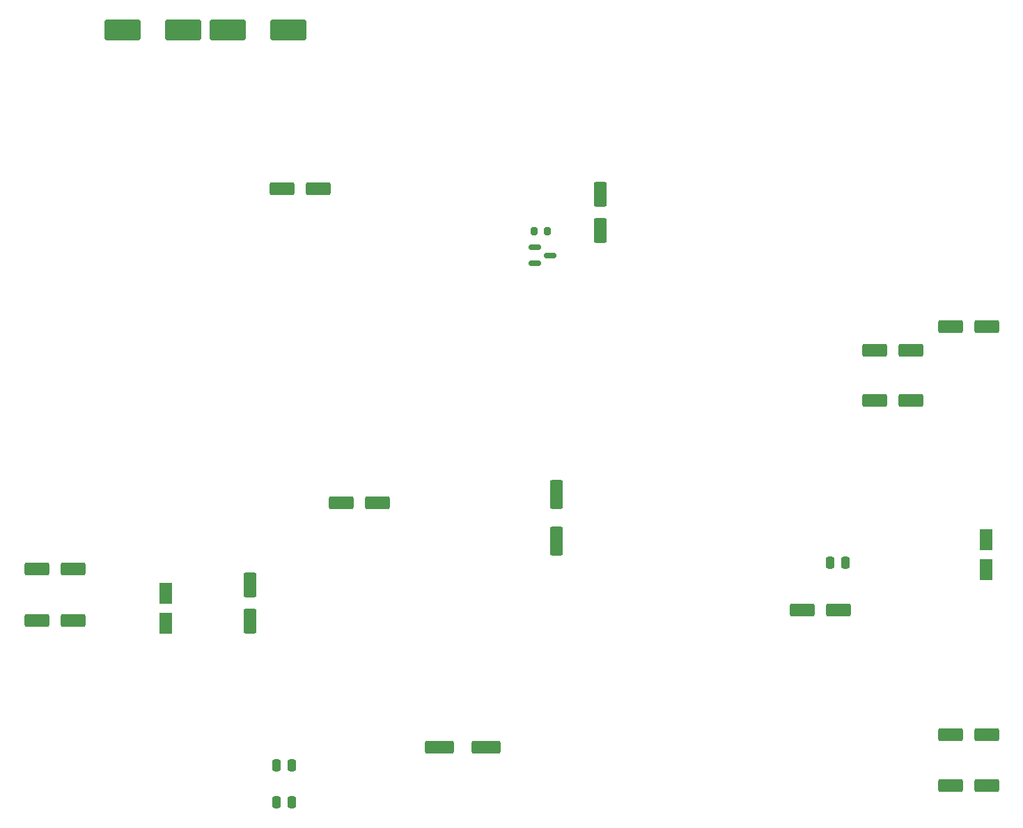
<source format=gbr>
%TF.GenerationSoftware,KiCad,Pcbnew,8.0.9-8.0.9-0~ubuntu24.04.1*%
%TF.CreationDate,2025-02-26T15:16:52+01:00*%
%TF.ProjectId,Main_PCB,4d61696e-5f50-4434-922e-6b696361645f,0.1*%
%TF.SameCoordinates,Original*%
%TF.FileFunction,Paste,Bot*%
%TF.FilePolarity,Positive*%
%FSLAX46Y46*%
G04 Gerber Fmt 4.6, Leading zero omitted, Abs format (unit mm)*
G04 Created by KiCad (PCBNEW 8.0.9-8.0.9-0~ubuntu24.04.1) date 2025-02-26 15:16:52*
%MOMM*%
%LPD*%
G01*
G04 APERTURE LIST*
G04 Aperture macros list*
%AMRoundRect*
0 Rectangle with rounded corners*
0 $1 Rounding radius*
0 $2 $3 $4 $5 $6 $7 $8 $9 X,Y pos of 4 corners*
0 Add a 4 corners polygon primitive as box body*
4,1,4,$2,$3,$4,$5,$6,$7,$8,$9,$2,$3,0*
0 Add four circle primitives for the rounded corners*
1,1,$1+$1,$2,$3*
1,1,$1+$1,$4,$5*
1,1,$1+$1,$6,$7*
1,1,$1+$1,$8,$9*
0 Add four rect primitives between the rounded corners*
20,1,$1+$1,$2,$3,$4,$5,0*
20,1,$1+$1,$4,$5,$6,$7,0*
20,1,$1+$1,$6,$7,$8,$9,0*
20,1,$1+$1,$8,$9,$2,$3,0*%
G04 Aperture macros list end*
%ADD10RoundRect,0.250000X0.550000X-1.250000X0.550000X1.250000X-0.550000X1.250000X-0.550000X-1.250000X0*%
%ADD11RoundRect,0.250000X1.250000X0.550000X-1.250000X0.550000X-1.250000X-0.550000X1.250000X-0.550000X0*%
%ADD12RoundRect,0.250000X-1.950000X-1.000000X1.950000X-1.000000X1.950000X1.000000X-1.950000X1.000000X0*%
%ADD13RoundRect,0.250000X0.550000X-1.500000X0.550000X1.500000X-0.550000X1.500000X-0.550000X-1.500000X0*%
%ADD14RoundRect,0.250000X0.550000X-1.050000X0.550000X1.050000X-0.550000X1.050000X-0.550000X-1.050000X0*%
%ADD15RoundRect,0.250000X-1.500000X-0.550000X1.500000X-0.550000X1.500000X0.550000X-1.500000X0.550000X0*%
%ADD16RoundRect,0.250000X-1.250000X-0.550000X1.250000X-0.550000X1.250000X0.550000X-1.250000X0.550000X0*%
%ADD17RoundRect,0.250000X1.950000X1.000000X-1.950000X1.000000X-1.950000X-1.000000X1.950000X-1.000000X0*%
%ADD18RoundRect,0.250000X-0.250000X-0.475000X0.250000X-0.475000X0.250000X0.475000X-0.250000X0.475000X0*%
%ADD19RoundRect,0.200000X0.200000X0.275000X-0.200000X0.275000X-0.200000X-0.275000X0.200000X-0.275000X0*%
%ADD20RoundRect,0.250000X0.250000X0.475000X-0.250000X0.475000X-0.250000X-0.475000X0.250000X-0.475000X0*%
%ADD21RoundRect,0.150000X-0.587500X-0.150000X0.587500X-0.150000X0.587500X0.150000X-0.587500X0.150000X0*%
G04 APERTURE END LIST*
D10*
%TO.C,C149*%
X116400000Y-127400000D03*
X116400000Y-123000000D03*
%TD*%
D11*
%TO.C,C201*%
X52300000Y-174800000D03*
X47900000Y-174800000D03*
%TD*%
D12*
%TO.C,C301*%
X71100000Y-103000000D03*
X78500000Y-103000000D03*
%TD*%
D13*
%TO.C,C136*%
X111100000Y-165100000D03*
X111100000Y-159500000D03*
%TD*%
D14*
%TO.C,C200*%
X63600000Y-175100000D03*
X63600000Y-171500000D03*
%TD*%
D15*
%TO.C,C303*%
X96900000Y-190200000D03*
X102500000Y-190200000D03*
%TD*%
D16*
%TO.C,C226*%
X159000000Y-194900000D03*
X163400000Y-194900000D03*
%TD*%
D11*
%TO.C,C122*%
X145400000Y-173500000D03*
X141000000Y-173500000D03*
%TD*%
D17*
%TO.C,C300*%
X65700000Y-103000000D03*
X58300000Y-103000000D03*
%TD*%
D18*
%TO.C,C216*%
X77050000Y-192400000D03*
X78950000Y-192400000D03*
%TD*%
D16*
%TO.C,C113*%
X149800000Y-148000000D03*
X154200000Y-148000000D03*
%TD*%
D18*
%TO.C,C215*%
X77050000Y-196900000D03*
X78950000Y-196900000D03*
%TD*%
D16*
%TO.C,C302*%
X77700000Y-122300000D03*
X82100000Y-122300000D03*
%TD*%
%TO.C,C225*%
X159000000Y-188700000D03*
X163400000Y-188700000D03*
%TD*%
D14*
%TO.C,C129*%
X163300000Y-168600000D03*
X163300000Y-165000000D03*
%TD*%
D11*
%TO.C,C202*%
X52300000Y-168500000D03*
X47900000Y-168500000D03*
%TD*%
D16*
%TO.C,C159*%
X84900000Y-160500000D03*
X89300000Y-160500000D03*
%TD*%
D19*
%TO.C,R513*%
X110025000Y-127500000D03*
X108375000Y-127500000D03*
%TD*%
D11*
%TO.C,C114*%
X154200000Y-141900000D03*
X149800000Y-141900000D03*
%TD*%
D10*
%TO.C,C304*%
X73800000Y-174900000D03*
X73800000Y-170500000D03*
%TD*%
D20*
%TO.C,C117*%
X146250000Y-167800000D03*
X144350000Y-167800000D03*
%TD*%
D21*
%TO.C,D105*%
X108462500Y-131350000D03*
X108462500Y-129450000D03*
X110337500Y-130400000D03*
%TD*%
D11*
%TO.C,C101*%
X163400000Y-139100000D03*
X159000000Y-139100000D03*
%TD*%
M02*

</source>
